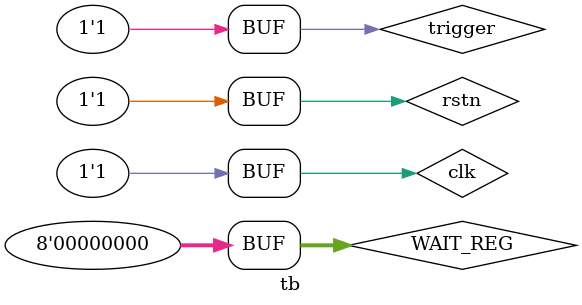
<source format=sv>
module tb();


parameter B = 8;

// Reset and clock.
reg 			rstn	;
reg 			clk		;

// Trigger.
reg				trigger	;

// Time output.
wire [B-1:0]	t_out	;

// Registers.
reg  [B-1:0]	WAIT_REG;

// time_ctrl.
time_ctrl
	#(
		.B(B)
	)
	time_ctrl_i
	(
		// Reset and clock.
		.rstn	,
		.clk	,
	
		// Trigger.
		.trigger,

		// Time output.
		.t_out	,

		// Registers.
		.WAIT_REG
	);

// Main TB.
initial begin
	rstn		<= 0;
	trigger		<= 0;
	WAIT_REG	<= 0;
	#300;
	rstn		<= 1;

	#500;

	trigger <= 1;
	
	#4000;
	
	trigger <= 0;
	
	#200;
	
	trigger <= 1;

end

always begin
	clk <= 0;
	#5;
	clk <= 1;
	#5;
end  

endmodule


</source>
